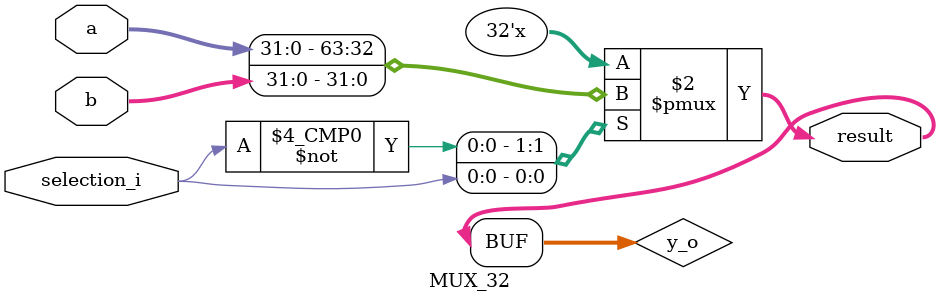
<source format=sv>
module MUX_32 #(parameter N=32) (
	input [N-1:0] a, b, 
	input  selection_i, 
	output [N-1:0] result);
	
	logic [N-1:0] y_o;
	always_comb
	case(selection_i)
		1'b0:   y_o = a ;
		1'b1:   y_o = b ;
		
		
		default: y_o = 32'bz;
	endcase
	
	assign result = y_o;
	 
endmodule

</source>
